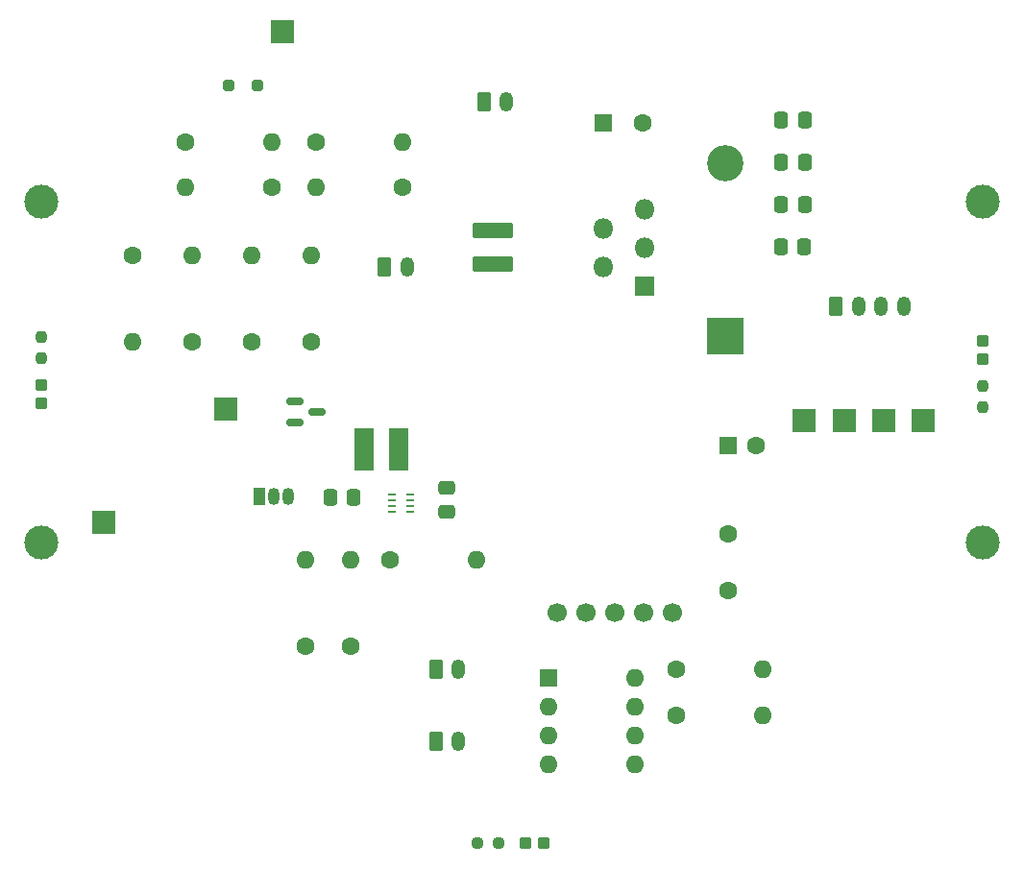
<source format=gbr>
%TF.GenerationSoftware,KiCad,Pcbnew,8.0.5*%
%TF.CreationDate,2025-05-01T20:40:53-04:00*%
%TF.ProjectId,CanSat_Power_Management_Board,43616e53-6174-45f5-906f-7765725f4d61,rev?*%
%TF.SameCoordinates,Original*%
%TF.FileFunction,Soldermask,Top*%
%TF.FilePolarity,Negative*%
%FSLAX46Y46*%
G04 Gerber Fmt 4.6, Leading zero omitted, Abs format (unit mm)*
G04 Created by KiCad (PCBNEW 8.0.5) date 2025-05-01 20:40:53*
%MOMM*%
%LPD*%
G01*
G04 APERTURE LIST*
G04 Aperture macros list*
%AMRoundRect*
0 Rectangle with rounded corners*
0 $1 Rounding radius*
0 $2 $3 $4 $5 $6 $7 $8 $9 X,Y pos of 4 corners*
0 Add a 4 corners polygon primitive as box body*
4,1,4,$2,$3,$4,$5,$6,$7,$8,$9,$2,$3,0*
0 Add four circle primitives for the rounded corners*
1,1,$1+$1,$2,$3*
1,1,$1+$1,$4,$5*
1,1,$1+$1,$6,$7*
1,1,$1+$1,$8,$9*
0 Add four rect primitives between the rounded corners*
20,1,$1+$1,$2,$3,$4,$5,0*
20,1,$1+$1,$4,$5,$6,$7,0*
20,1,$1+$1,$6,$7,$8,$9,0*
20,1,$1+$1,$8,$9,$2,$3,0*%
G04 Aperture macros list end*
%ADD10RoundRect,0.102000X0.400000X-0.400000X0.400000X0.400000X-0.400000X0.400000X-0.400000X-0.400000X0*%
%ADD11R,2.000000X2.000000*%
%ADD12C,1.600000*%
%ADD13O,1.600000X1.600000*%
%ADD14R,1.600000X1.600000*%
%ADD15RoundRect,0.102000X0.400000X0.400000X-0.400000X0.400000X-0.400000X-0.400000X0.400000X-0.400000X0*%
%ADD16RoundRect,0.250000X0.337500X0.475000X-0.337500X0.475000X-0.337500X-0.475000X0.337500X-0.475000X0*%
%ADD17R,3.200000X3.200000*%
%ADD18O,3.200000X3.200000*%
%ADD19RoundRect,0.237500X0.250000X0.237500X-0.250000X0.237500X-0.250000X-0.237500X0.250000X-0.237500X0*%
%ADD20RoundRect,0.250000X-0.475000X0.337500X-0.475000X-0.337500X0.475000X-0.337500X0.475000X0.337500X0*%
%ADD21RoundRect,0.237500X0.237500X-0.250000X0.237500X0.250000X-0.237500X0.250000X-0.237500X-0.250000X0*%
%ADD22RoundRect,0.250000X-0.350000X-0.625000X0.350000X-0.625000X0.350000X0.625000X-0.350000X0.625000X0*%
%ADD23O,1.200000X1.750000*%
%ADD24C,1.700000*%
%ADD25R,0.711200X0.228600*%
%ADD26R,1.050000X1.500000*%
%ADD27O,1.050000X1.500000*%
%ADD28R,1.800000X1.800000*%
%ADD29O,1.800000X1.800000*%
%ADD30RoundRect,0.102000X-0.400000X0.400000X-0.400000X-0.400000X0.400000X-0.400000X0.400000X0.400000X0*%
%ADD31RoundRect,0.237500X-0.237500X0.250000X-0.237500X-0.250000X0.237500X-0.250000X0.237500X0.250000X0*%
%ADD32RoundRect,0.102000X-0.750000X-1.800000X0.750000X-1.800000X0.750000X1.800000X-0.750000X1.800000X0*%
%ADD33RoundRect,0.150000X-0.587500X-0.150000X0.587500X-0.150000X0.587500X0.150000X-0.587500X0.150000X0*%
%ADD34RoundRect,0.102000X1.700000X-0.550000X1.700000X0.550000X-1.700000X0.550000X-1.700000X-0.550000X0*%
%ADD35RoundRect,0.250000X-0.250000X-0.250000X0.250000X-0.250000X0.250000X0.250000X-0.250000X0.250000X0*%
%ADD36C,3.000000*%
G04 APERTURE END LIST*
D10*
%TO.C,D5*%
X108525000Y-102762500D03*
X108525000Y-101162500D03*
%TD*%
D11*
%TO.C,TP4*%
X186250000Y-104250000D03*
%TD*%
D12*
%TO.C,R9*%
X135750000Y-124157500D03*
D13*
X135750000Y-116537500D03*
%TD*%
D12*
%TO.C,R1*%
X116500000Y-89690000D03*
D13*
X116500000Y-97310000D03*
%TD*%
D14*
%TO.C,U3*%
X153200000Y-126950000D03*
D13*
X153200000Y-129490000D03*
X153200000Y-132030000D03*
X153200000Y-134570000D03*
X160820000Y-134570000D03*
X160820000Y-132030000D03*
X160820000Y-129490000D03*
X160820000Y-126950000D03*
%TD*%
D11*
%TO.C,TP5*%
X114000000Y-113250000D03*
%TD*%
D12*
%TO.C,Cout5*%
X161500000Y-78000000D03*
D14*
X158000000Y-78000000D03*
%TD*%
D15*
%TO.C,D3*%
X152762500Y-141495000D03*
X151162500Y-141495000D03*
%TD*%
D12*
%TO.C,R6*%
X121190000Y-79750000D03*
D13*
X128810000Y-79750000D03*
%TD*%
D16*
%TO.C,Cin4*%
X175787500Y-77750000D03*
X173712500Y-77750000D03*
%TD*%
D17*
%TO.C,D1*%
X168750000Y-96870000D03*
D18*
X168750000Y-81630000D03*
%TD*%
D19*
%TO.C,R14*%
X148750000Y-141500000D03*
X146925000Y-141500000D03*
%TD*%
D12*
%TO.C,C8*%
X169000000Y-119250000D03*
X169000000Y-114250000D03*
%TD*%
%TO.C,R11*%
X131750000Y-124157500D03*
D13*
X131750000Y-116537500D03*
%TD*%
D20*
%TO.C,C7*%
X144250000Y-110250000D03*
X144250000Y-112325000D03*
%TD*%
D12*
%TO.C,R5*%
X128810000Y-83750000D03*
D13*
X121190000Y-83750000D03*
%TD*%
D21*
%TO.C,R16*%
X108500000Y-98750000D03*
X108500000Y-96925000D03*
%TD*%
D11*
%TO.C,TP3*%
X175750000Y-104250000D03*
%TD*%
%TO.C,TP7*%
X182750000Y-104250000D03*
%TD*%
D12*
%TO.C,R8*%
X140310000Y-83750000D03*
D13*
X132690000Y-83750000D03*
%TD*%
D16*
%TO.C,Cin1*%
X175737500Y-89000000D03*
X173662500Y-89000000D03*
%TD*%
D22*
%TO.C,J5*%
X143250000Y-132550000D03*
D23*
X145250000Y-132550000D03*
%TD*%
D24*
%TO.C,BZ1*%
X153920000Y-121230000D03*
X156460000Y-121230000D03*
X159000000Y-121230000D03*
X161540000Y-121230000D03*
X164080000Y-121230000D03*
%TD*%
D14*
%TO.C,C9*%
X169000000Y-106500000D03*
D12*
X171500000Y-106500000D03*
%TD*%
D25*
%TO.C,TPS610333DRLR_U2*%
X139401598Y-110787498D03*
X139401598Y-111287499D03*
X139401598Y-111787499D03*
X139401598Y-112287500D03*
X141000000Y-112287500D03*
X141000000Y-111787499D03*
X141000000Y-111287499D03*
X141000000Y-110787498D03*
%TD*%
D16*
%TO.C,Cin3*%
X175787500Y-81500000D03*
X173712500Y-81500000D03*
%TD*%
D22*
%TO.C,J3*%
X178500000Y-94200000D03*
D23*
X180500000Y-94200000D03*
X182500000Y-94200000D03*
X184500000Y-94200000D03*
%TD*%
D11*
%TO.C,TP6*%
X124750000Y-103250000D03*
%TD*%
D22*
%TO.C,J1*%
X147500000Y-76200000D03*
D23*
X149500000Y-76200000D03*
%TD*%
D26*
%TO.C,Q1*%
X127710000Y-111000000D03*
D27*
X128980000Y-111000000D03*
X130250000Y-111000000D03*
%TD*%
D28*
%TO.C,U1*%
X161700000Y-92450000D03*
D29*
X158000000Y-90750000D03*
X161700000Y-89050000D03*
X158000000Y-87350000D03*
X161700000Y-85650000D03*
%TD*%
D12*
%TO.C,R12*%
X164440000Y-126250000D03*
D13*
X172060000Y-126250000D03*
%TD*%
D30*
%TO.C,D4*%
X191485000Y-97237500D03*
X191485000Y-98837500D03*
%TD*%
D31*
%TO.C,R15*%
X191500000Y-101250000D03*
X191500000Y-103075000D03*
%TD*%
D32*
%TO.C,WE-LQS_4025_L2*%
X136975000Y-106787500D03*
X140025000Y-106787500D03*
%TD*%
D12*
%TO.C,R13*%
X164440000Y-130250000D03*
D13*
X172060000Y-130250000D03*
%TD*%
D12*
%TO.C,R3*%
X127000000Y-97310000D03*
D13*
X127000000Y-89690000D03*
%TD*%
D12*
%TO.C,R4*%
X132250000Y-97310000D03*
D13*
X132250000Y-89690000D03*
%TD*%
D16*
%TO.C,C6*%
X136037500Y-111037500D03*
X133962500Y-111037500D03*
%TD*%
D12*
%TO.C,R7*%
X132690000Y-79750000D03*
D13*
X140310000Y-79750000D03*
%TD*%
D33*
%TO.C,Q2*%
X130875000Y-102550000D03*
X130875000Y-104450000D03*
X132750000Y-103500000D03*
%TD*%
D12*
%TO.C,R2*%
X121750000Y-97310000D03*
D13*
X121750000Y-89690000D03*
%TD*%
D34*
%TO.C,ASPI-4030S-470M-T_L1*%
X148250000Y-90500000D03*
X148250000Y-87500000D03*
%TD*%
D35*
%TO.C,D2*%
X125000000Y-74750000D03*
X127500000Y-74750000D03*
%TD*%
D12*
%TO.C,R10*%
X139190000Y-116537500D03*
D13*
X146810000Y-116537500D03*
%TD*%
D16*
%TO.C,Cin2*%
X175787500Y-85250000D03*
X173712500Y-85250000D03*
%TD*%
D22*
%TO.C,J2*%
X138750000Y-90700000D03*
D23*
X140750000Y-90700000D03*
%TD*%
D22*
%TO.C,J4*%
X143250000Y-126250000D03*
D23*
X145250000Y-126250000D03*
%TD*%
D11*
%TO.C,TP2*%
X179250000Y-104250000D03*
%TD*%
%TO.C,TP1*%
X129750000Y-70000000D03*
%TD*%
D36*
%TO.C,REF\u002A\u002A*%
X191500000Y-85000000D03*
%TD*%
%TO.C,REF\u002A\u002A*%
X108500000Y-115000000D03*
%TD*%
%TO.C,REF\u002A\u002A*%
X108500000Y-85000000D03*
%TD*%
%TO.C,REF\u002A\u002A*%
X191500000Y-115000000D03*
%TD*%
M02*

</source>
